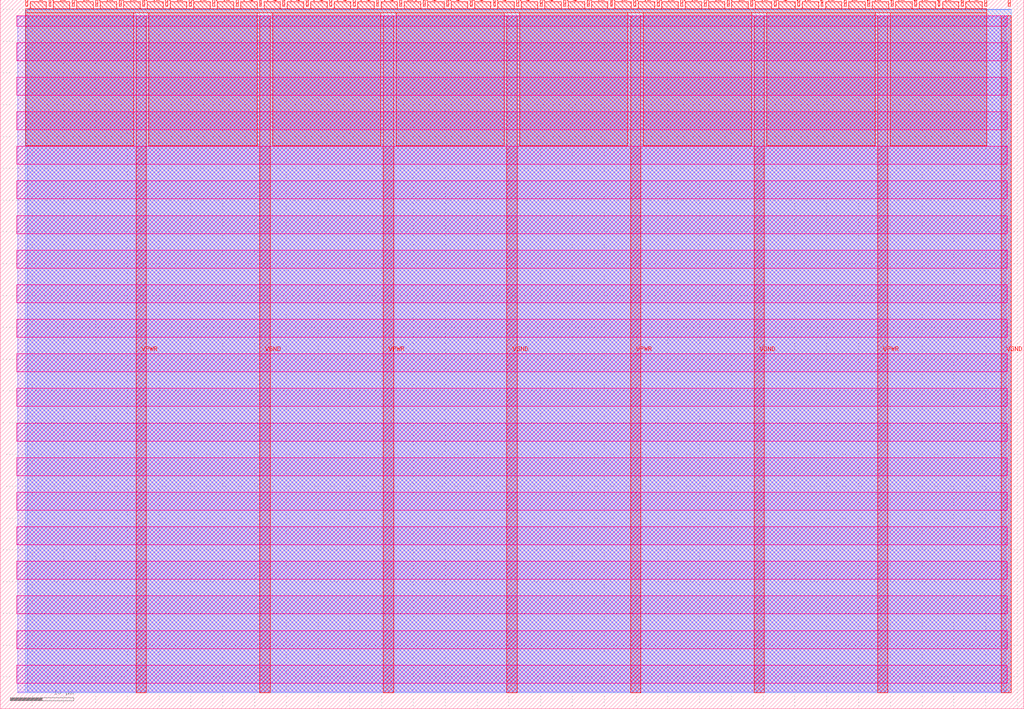
<source format=lef>
VERSION 5.7 ;
  NOWIREEXTENSIONATPIN ON ;
  DIVIDERCHAR "/" ;
  BUSBITCHARS "[]" ;
MACRO tt_um_i_tree_batzolislefteris
  CLASS BLOCK ;
  FOREIGN tt_um_i_tree_batzolislefteris ;
  ORIGIN 0.000 0.000 ;
  SIZE 161.000 BY 111.520 ;
  PIN VGND
    DIRECTION INOUT ;
    USE GROUND ;
    PORT
      LAYER met4 ;
        RECT 40.830 2.480 42.430 109.040 ;
    END
    PORT
      LAYER met4 ;
        RECT 79.700 2.480 81.300 109.040 ;
    END
    PORT
      LAYER met4 ;
        RECT 118.570 2.480 120.170 109.040 ;
    END
    PORT
      LAYER met4 ;
        RECT 157.440 2.480 159.040 109.040 ;
    END
  END VGND
  PIN VPWR
    DIRECTION INOUT ;
    USE POWER ;
    PORT
      LAYER met4 ;
        RECT 21.395 2.480 22.995 109.040 ;
    END
    PORT
      LAYER met4 ;
        RECT 60.265 2.480 61.865 109.040 ;
    END
    PORT
      LAYER met4 ;
        RECT 99.135 2.480 100.735 109.040 ;
    END
    PORT
      LAYER met4 ;
        RECT 138.005 2.480 139.605 109.040 ;
    END
  END VPWR
  PIN clk
    DIRECTION INPUT ;
    USE SIGNAL ;
    ANTENNAGATEAREA 0.852000 ;
    PORT
      LAYER met4 ;
        RECT 154.870 110.520 155.170 111.520 ;
    END
  END clk
  PIN ena
    DIRECTION INPUT ;
    USE SIGNAL ;
    PORT
      LAYER met4 ;
        RECT 158.550 110.520 158.850 111.520 ;
    END
  END ena
  PIN rst_n
    DIRECTION INPUT ;
    USE SIGNAL ;
    ANTENNAGATEAREA 0.196500 ;
    PORT
      LAYER met4 ;
        RECT 151.190 110.520 151.490 111.520 ;
    END
  END rst_n
  PIN ui_in[0]
    DIRECTION INPUT ;
    USE SIGNAL ;
    ANTENNAGATEAREA 0.196500 ;
    PORT
      LAYER met4 ;
        RECT 147.510 110.520 147.810 111.520 ;
    END
  END ui_in[0]
  PIN ui_in[1]
    DIRECTION INPUT ;
    USE SIGNAL ;
    PORT
      LAYER met4 ;
        RECT 143.830 110.520 144.130 111.520 ;
    END
  END ui_in[1]
  PIN ui_in[2]
    DIRECTION INPUT ;
    USE SIGNAL ;
    PORT
      LAYER met4 ;
        RECT 140.150 110.520 140.450 111.520 ;
    END
  END ui_in[2]
  PIN ui_in[3]
    DIRECTION INPUT ;
    USE SIGNAL ;
    PORT
      LAYER met4 ;
        RECT 136.470 110.520 136.770 111.520 ;
    END
  END ui_in[3]
  PIN ui_in[4]
    DIRECTION INPUT ;
    USE SIGNAL ;
    PORT
      LAYER met4 ;
        RECT 132.790 110.520 133.090 111.520 ;
    END
  END ui_in[4]
  PIN ui_in[5]
    DIRECTION INPUT ;
    USE SIGNAL ;
    PORT
      LAYER met4 ;
        RECT 129.110 110.520 129.410 111.520 ;
    END
  END ui_in[5]
  PIN ui_in[6]
    DIRECTION INPUT ;
    USE SIGNAL ;
    PORT
      LAYER met4 ;
        RECT 125.430 110.520 125.730 111.520 ;
    END
  END ui_in[6]
  PIN ui_in[7]
    DIRECTION INPUT ;
    USE SIGNAL ;
    PORT
      LAYER met4 ;
        RECT 121.750 110.520 122.050 111.520 ;
    END
  END ui_in[7]
  PIN uio_in[0]
    DIRECTION INPUT ;
    USE SIGNAL ;
    PORT
      LAYER met4 ;
        RECT 118.070 110.520 118.370 111.520 ;
    END
  END uio_in[0]
  PIN uio_in[1]
    DIRECTION INPUT ;
    USE SIGNAL ;
    PORT
      LAYER met4 ;
        RECT 114.390 110.520 114.690 111.520 ;
    END
  END uio_in[1]
  PIN uio_in[2]
    DIRECTION INPUT ;
    USE SIGNAL ;
    PORT
      LAYER met4 ;
        RECT 110.710 110.520 111.010 111.520 ;
    END
  END uio_in[2]
  PIN uio_in[3]
    DIRECTION INPUT ;
    USE SIGNAL ;
    PORT
      LAYER met4 ;
        RECT 107.030 110.520 107.330 111.520 ;
    END
  END uio_in[3]
  PIN uio_in[4]
    DIRECTION INPUT ;
    USE SIGNAL ;
    PORT
      LAYER met4 ;
        RECT 103.350 110.520 103.650 111.520 ;
    END
  END uio_in[4]
  PIN uio_in[5]
    DIRECTION INPUT ;
    USE SIGNAL ;
    PORT
      LAYER met4 ;
        RECT 99.670 110.520 99.970 111.520 ;
    END
  END uio_in[5]
  PIN uio_in[6]
    DIRECTION INPUT ;
    USE SIGNAL ;
    PORT
      LAYER met4 ;
        RECT 95.990 110.520 96.290 111.520 ;
    END
  END uio_in[6]
  PIN uio_in[7]
    DIRECTION INPUT ;
    USE SIGNAL ;
    PORT
      LAYER met4 ;
        RECT 92.310 110.520 92.610 111.520 ;
    END
  END uio_in[7]
  PIN uio_oe[0]
    DIRECTION OUTPUT TRISTATE ;
    USE SIGNAL ;
    PORT
      LAYER met4 ;
        RECT 29.750 110.520 30.050 111.520 ;
    END
  END uio_oe[0]
  PIN uio_oe[1]
    DIRECTION OUTPUT TRISTATE ;
    USE SIGNAL ;
    PORT
      LAYER met4 ;
        RECT 26.070 110.520 26.370 111.520 ;
    END
  END uio_oe[1]
  PIN uio_oe[2]
    DIRECTION OUTPUT TRISTATE ;
    USE SIGNAL ;
    PORT
      LAYER met4 ;
        RECT 22.390 110.520 22.690 111.520 ;
    END
  END uio_oe[2]
  PIN uio_oe[3]
    DIRECTION OUTPUT TRISTATE ;
    USE SIGNAL ;
    PORT
      LAYER met4 ;
        RECT 18.710 110.520 19.010 111.520 ;
    END
  END uio_oe[3]
  PIN uio_oe[4]
    DIRECTION OUTPUT TRISTATE ;
    USE SIGNAL ;
    PORT
      LAYER met4 ;
        RECT 15.030 110.520 15.330 111.520 ;
    END
  END uio_oe[4]
  PIN uio_oe[5]
    DIRECTION OUTPUT TRISTATE ;
    USE SIGNAL ;
    PORT
      LAYER met4 ;
        RECT 11.350 110.520 11.650 111.520 ;
    END
  END uio_oe[5]
  PIN uio_oe[6]
    DIRECTION OUTPUT TRISTATE ;
    USE SIGNAL ;
    PORT
      LAYER met4 ;
        RECT 7.670 110.520 7.970 111.520 ;
    END
  END uio_oe[6]
  PIN uio_oe[7]
    DIRECTION OUTPUT TRISTATE ;
    USE SIGNAL ;
    PORT
      LAYER met4 ;
        RECT 3.990 110.520 4.290 111.520 ;
    END
  END uio_oe[7]
  PIN uio_out[0]
    DIRECTION OUTPUT TRISTATE ;
    USE SIGNAL ;
    PORT
      LAYER met4 ;
        RECT 59.190 110.520 59.490 111.520 ;
    END
  END uio_out[0]
  PIN uio_out[1]
    DIRECTION OUTPUT TRISTATE ;
    USE SIGNAL ;
    PORT
      LAYER met4 ;
        RECT 55.510 110.520 55.810 111.520 ;
    END
  END uio_out[1]
  PIN uio_out[2]
    DIRECTION OUTPUT TRISTATE ;
    USE SIGNAL ;
    PORT
      LAYER met4 ;
        RECT 51.830 110.520 52.130 111.520 ;
    END
  END uio_out[2]
  PIN uio_out[3]
    DIRECTION OUTPUT TRISTATE ;
    USE SIGNAL ;
    PORT
      LAYER met4 ;
        RECT 48.150 110.520 48.450 111.520 ;
    END
  END uio_out[3]
  PIN uio_out[4]
    DIRECTION OUTPUT TRISTATE ;
    USE SIGNAL ;
    PORT
      LAYER met4 ;
        RECT 44.470 110.520 44.770 111.520 ;
    END
  END uio_out[4]
  PIN uio_out[5]
    DIRECTION OUTPUT TRISTATE ;
    USE SIGNAL ;
    PORT
      LAYER met4 ;
        RECT 40.790 110.520 41.090 111.520 ;
    END
  END uio_out[5]
  PIN uio_out[6]
    DIRECTION OUTPUT TRISTATE ;
    USE SIGNAL ;
    PORT
      LAYER met4 ;
        RECT 37.110 110.520 37.410 111.520 ;
    END
  END uio_out[6]
  PIN uio_out[7]
    DIRECTION OUTPUT TRISTATE ;
    USE SIGNAL ;
    PORT
      LAYER met4 ;
        RECT 33.430 110.520 33.730 111.520 ;
    END
  END uio_out[7]
  PIN uo_out[0]
    DIRECTION OUTPUT TRISTATE ;
    USE SIGNAL ;
    ANTENNADIFFAREA 0.795200 ;
    PORT
      LAYER met4 ;
        RECT 88.630 110.520 88.930 111.520 ;
    END
  END uo_out[0]
  PIN uo_out[1]
    DIRECTION OUTPUT TRISTATE ;
    USE SIGNAL ;
    PORT
      LAYER met4 ;
        RECT 84.950 110.520 85.250 111.520 ;
    END
  END uo_out[1]
  PIN uo_out[2]
    DIRECTION OUTPUT TRISTATE ;
    USE SIGNAL ;
    PORT
      LAYER met4 ;
        RECT 81.270 110.520 81.570 111.520 ;
    END
  END uo_out[2]
  PIN uo_out[3]
    DIRECTION OUTPUT TRISTATE ;
    USE SIGNAL ;
    PORT
      LAYER met4 ;
        RECT 77.590 110.520 77.890 111.520 ;
    END
  END uo_out[3]
  PIN uo_out[4]
    DIRECTION OUTPUT TRISTATE ;
    USE SIGNAL ;
    PORT
      LAYER met4 ;
        RECT 73.910 110.520 74.210 111.520 ;
    END
  END uo_out[4]
  PIN uo_out[5]
    DIRECTION OUTPUT TRISTATE ;
    USE SIGNAL ;
    PORT
      LAYER met4 ;
        RECT 70.230 110.520 70.530 111.520 ;
    END
  END uo_out[5]
  PIN uo_out[6]
    DIRECTION OUTPUT TRISTATE ;
    USE SIGNAL ;
    PORT
      LAYER met4 ;
        RECT 66.550 110.520 66.850 111.520 ;
    END
  END uo_out[6]
  PIN uo_out[7]
    DIRECTION OUTPUT TRISTATE ;
    USE SIGNAL ;
    PORT
      LAYER met4 ;
        RECT 62.870 110.520 63.170 111.520 ;
    END
  END uo_out[7]
  OBS
      LAYER nwell ;
        RECT 2.570 107.385 158.430 108.990 ;
        RECT 2.570 101.945 158.430 104.775 ;
        RECT 2.570 96.505 158.430 99.335 ;
        RECT 2.570 91.065 158.430 93.895 ;
        RECT 2.570 85.625 158.430 88.455 ;
        RECT 2.570 80.185 158.430 83.015 ;
        RECT 2.570 74.745 158.430 77.575 ;
        RECT 2.570 69.305 158.430 72.135 ;
        RECT 2.570 63.865 158.430 66.695 ;
        RECT 2.570 58.425 158.430 61.255 ;
        RECT 2.570 52.985 158.430 55.815 ;
        RECT 2.570 47.545 158.430 50.375 ;
        RECT 2.570 42.105 158.430 44.935 ;
        RECT 2.570 36.665 158.430 39.495 ;
        RECT 2.570 31.225 158.430 34.055 ;
        RECT 2.570 25.785 158.430 28.615 ;
        RECT 2.570 20.345 158.430 23.175 ;
        RECT 2.570 14.905 158.430 17.735 ;
        RECT 2.570 9.465 158.430 12.295 ;
        RECT 2.570 4.025 158.430 6.855 ;
      LAYER li1 ;
        RECT 2.760 2.635 158.240 108.885 ;
      LAYER met1 ;
        RECT 2.760 2.480 159.040 109.040 ;
      LAYER met2 ;
        RECT 4.230 2.535 159.010 110.005 ;
      LAYER met3 ;
        RECT 3.950 2.555 159.030 109.985 ;
      LAYER met4 ;
        RECT 4.690 110.120 7.270 111.170 ;
        RECT 8.370 110.120 10.950 111.170 ;
        RECT 12.050 110.120 14.630 111.170 ;
        RECT 15.730 110.120 18.310 111.170 ;
        RECT 19.410 110.120 21.990 111.170 ;
        RECT 23.090 110.120 25.670 111.170 ;
        RECT 26.770 110.120 29.350 111.170 ;
        RECT 30.450 110.120 33.030 111.170 ;
        RECT 34.130 110.120 36.710 111.170 ;
        RECT 37.810 110.120 40.390 111.170 ;
        RECT 41.490 110.120 44.070 111.170 ;
        RECT 45.170 110.120 47.750 111.170 ;
        RECT 48.850 110.120 51.430 111.170 ;
        RECT 52.530 110.120 55.110 111.170 ;
        RECT 56.210 110.120 58.790 111.170 ;
        RECT 59.890 110.120 62.470 111.170 ;
        RECT 63.570 110.120 66.150 111.170 ;
        RECT 67.250 110.120 69.830 111.170 ;
        RECT 70.930 110.120 73.510 111.170 ;
        RECT 74.610 110.120 77.190 111.170 ;
        RECT 78.290 110.120 80.870 111.170 ;
        RECT 81.970 110.120 84.550 111.170 ;
        RECT 85.650 110.120 88.230 111.170 ;
        RECT 89.330 110.120 91.910 111.170 ;
        RECT 93.010 110.120 95.590 111.170 ;
        RECT 96.690 110.120 99.270 111.170 ;
        RECT 100.370 110.120 102.950 111.170 ;
        RECT 104.050 110.120 106.630 111.170 ;
        RECT 107.730 110.120 110.310 111.170 ;
        RECT 111.410 110.120 113.990 111.170 ;
        RECT 115.090 110.120 117.670 111.170 ;
        RECT 118.770 110.120 121.350 111.170 ;
        RECT 122.450 110.120 125.030 111.170 ;
        RECT 126.130 110.120 128.710 111.170 ;
        RECT 129.810 110.120 132.390 111.170 ;
        RECT 133.490 110.120 136.070 111.170 ;
        RECT 137.170 110.120 139.750 111.170 ;
        RECT 140.850 110.120 143.430 111.170 ;
        RECT 144.530 110.120 147.110 111.170 ;
        RECT 148.210 110.120 150.790 111.170 ;
        RECT 151.890 110.120 154.470 111.170 ;
        RECT 3.975 109.440 155.185 110.120 ;
        RECT 3.975 88.575 20.995 109.440 ;
        RECT 23.395 88.575 40.430 109.440 ;
        RECT 42.830 88.575 59.865 109.440 ;
        RECT 62.265 88.575 79.300 109.440 ;
        RECT 81.700 88.575 98.735 109.440 ;
        RECT 101.135 88.575 118.170 109.440 ;
        RECT 120.570 88.575 137.605 109.440 ;
        RECT 140.005 88.575 155.185 109.440 ;
  END
END tt_um_i_tree_batzolislefteris
END LIBRARY


</source>
